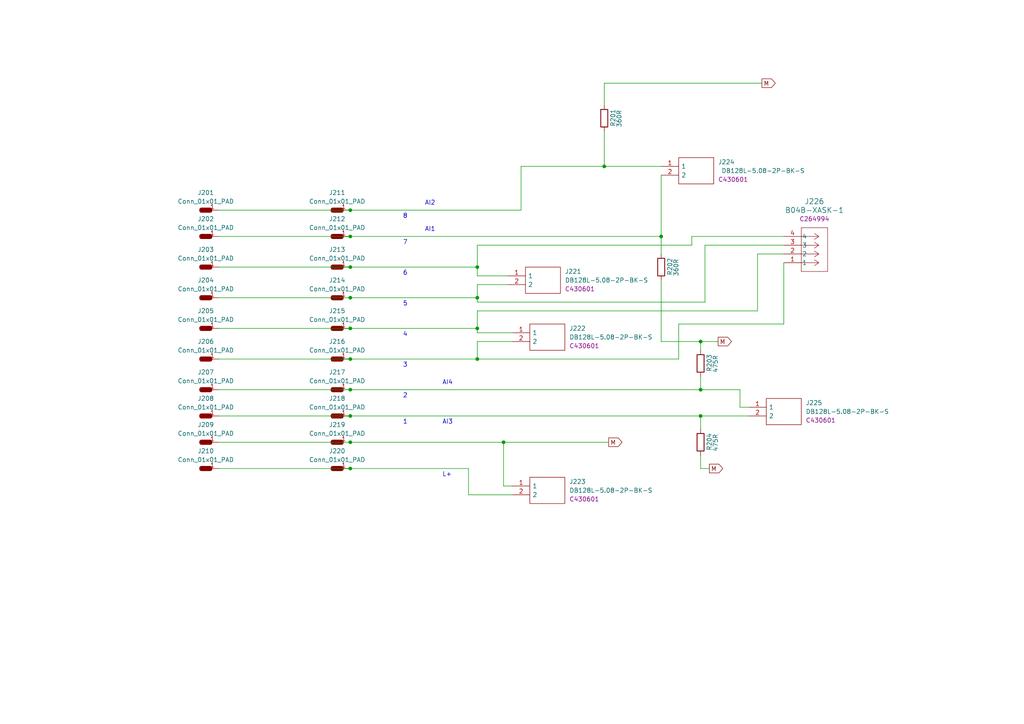
<source format=kicad_sch>
(kicad_sch (version 20230121) (generator eeschema)
  (paper "A4")
  (lib_symbols
    (symbol "Device:R" (pin_numbers hide) (pin_names (offset 0))
      (property "Reference" "R" (at 2.032 0 90))
      (property "Value" "R" (at 0 0 90))
      (symbol "R_0_1"
        (rectangle (start -1.016 -2.54) (end 1.016 2.54) (stroke (width 0.254)))
      )
      (symbol "R_1_1"
        (pin passive line (at 0 3.81 270) (length 1.27) (name "~") (number "1"))
        (pin passive line (at 0 -3.81 90) (length 1.27) (name "~") (number "2"))
      )
    )
    (symbol "PCB_Library:1729128" (pin_names (offset 0.762))
      (property "Reference" "J" (at 16.51 7.62 0))
      (property "Value" "1729128" (at 16.51 5.08 0))
      (property "LCSC" "C557665" (at 8.89 5.08 0))
      (symbol "1729128_0_0"
        (pin passive line (at 0 0 0) (length 5.08) (name "1") (number "1"))
        (pin passive line (at 0 -2.54 0) (length 5.08) (name "2") (number "2"))
      )
      (symbol "1729128_0_1"
        (polyline (pts (xy 5.08 2.54) (xy 15.24 2.54) (xy 15.24 -5.08) (xy 5.08 -5.08) (xy 5.08 2.54)) (stroke (width 0.1524)))
      )
    )
    (symbol "PCB_Library:B04B-XASK-1" (pin_names (offset 0.254))
      (property "Reference" "J" (at 13.97 6.35 0))
      (property "Value" "B04B-XASK-1" (at 3.81 3.81 0))
      (property "LCSC" "C264994" (at 3.81 7.62 0))
      (symbol "B04B-XASK-1_1_1"
        (polyline (pts (xy 5.08 -10.16) (xy 12.7 -10.16)) (stroke (width 0.127)))
        (polyline (pts (xy 5.08 2.54) (xy 5.08 -10.16)) (stroke (width 0.127)))
        (polyline (pts (xy 10.16 -7.62) (xy 5.08 -7.62)) (stroke (width 0.127)))
        (polyline (pts (xy 10.16 -7.62) (xy 8.89 -8.4667)) (stroke (width 0.127)))
        (polyline (pts (xy 10.16 -7.62) (xy 8.89 -6.7733)) (stroke (width 0.127)))
        (polyline (pts (xy 10.16 -5.08) (xy 5.08 -5.08)) (stroke (width 0.127)))
        (polyline (pts (xy 10.16 -5.08) (xy 8.89 -5.9267)) (stroke (width 0.127)))
        (polyline (pts (xy 10.16 -5.08) (xy 8.89 -4.2333)) (stroke (width 0.127)))
        (polyline (pts (xy 10.16 -2.54) (xy 5.08 -2.54)) (stroke (width 0.127)))
        (polyline (pts (xy 10.16 -2.54) (xy 8.89 -3.3867)) (stroke (width 0.127)))
        (polyline (pts (xy 10.16 -2.54) (xy 8.89 -1.6933)) (stroke (width 0.127)))
        (polyline (pts (xy 10.16 0) (xy 5.08 0)) (stroke (width 0.127)))
        (polyline (pts (xy 10.16 0) (xy 8.89 -0.8467)) (stroke (width 0.127)))
        (polyline (pts (xy 10.16 0) (xy 8.89 0.8467)) (stroke (width 0.127)))
        (polyline (pts (xy 12.7 -10.16) (xy 12.7 2.54)) (stroke (width 0.127)))
        (polyline (pts (xy 12.7 2.54) (xy 5.08 2.54)) (stroke (width 0.127)))
        (pin unspecified line (at 0 0 0) (length 5.08) (name "1") (number "1"))
        (pin unspecified line (at 0 -2.54 0) (length 5.08) (name "2") (number "2"))
        (pin unspecified line (at 0 -5.08 0) (length 5.08) (name "3") (number "3"))
        (pin unspecified line (at 0 -7.62 0) (length 5.08) (name "4") (number "4"))
      )
      (symbol "B04B-XASK-1_1_2"
        (polyline (pts (xy 5.08 -10.16) (xy 12.7 -10.16)) (stroke (width 0.127)))
        (polyline (pts (xy 5.08 2.54) (xy 5.08 -10.16)) (stroke (width 0.127)))
        (polyline (pts (xy 7.62 -7.62) (xy 5.08 -7.62)) (stroke (width 0.127)))
        (polyline (pts (xy 7.62 -7.62) (xy 8.89 -8.4667)) (stroke (width 0.127)))
        (polyline (pts (xy 7.62 -7.62) (xy 8.89 -6.7733)) (stroke (width 0.127)))
        (polyline (pts (xy 7.62 -5.08) (xy 5.08 -5.08)) (stroke (width 0.127)))
        (polyline (pts (xy 7.62 -5.08) (xy 8.89 -5.9267)) (stroke (width 0.127)))
        (polyline (pts (xy 7.62 -5.08) (xy 8.89 -4.2333)) (stroke (width 0.127)))
        (polyline (pts (xy 7.62 -2.54) (xy 5.08 -2.54)) (stroke (width 0.127)))
        (polyline (pts (xy 7.62 -2.54) (xy 8.89 -3.3867)) (stroke (width 0.127)))
        (polyline (pts (xy 7.62 -2.54) (xy 8.89 -1.6933)) (stroke (width 0.127)))
        (polyline (pts (xy 7.62 0) (xy 5.08 0)) (stroke (width 0.127)))
        (polyline (pts (xy 7.62 0) (xy 8.89 -0.8467)) (stroke (width 0.127)))
        (polyline (pts (xy 7.62 0) (xy 8.89 0.8467)) (stroke (width 0.127)))
        (polyline (pts (xy 12.7 -10.16) (xy 12.7 2.54)) (stroke (width 0.127)))
        (polyline (pts (xy 12.7 2.54) (xy 5.08 2.54)) (stroke (width 0.127)))
        (pin unspecified line (at 0 0 0) (length 5.08) (name "1") (number "1"))
        (pin unspecified line (at 0 -2.54 0) (length 5.08) (name "2") (number "2"))
        (pin unspecified line (at 0 -5.08 0) (length 5.08) (name "3") (number "3"))
        (pin unspecified line (at 0 -7.62 0) (length 5.08) (name "4") (number "4"))
      )
    )
    (symbol "PCB_Library:Conn_01x01_PAD" (pin_names (offset 1.016) hide)
      (property "Reference" "J" (at 0 2.54 0))
      (property "Value" "Conn_01x01_PAD" (at 1.27 -3.81 0))
      (symbol "Conn_01x01_PAD_1_1"
        (polyline (pts (xy 1.27 0) (xy 0.8636 0)) (stroke (width 0.1524)))
        (rectangle (start 0 0.127) (end 2.54 -0.127) (stroke (width 1.2192)) (fill (type outline)))
        (pin passive line (at 5.08 0 180) (length 3.81) (name "Pin_1") (number "1"))
      )
    )
  )
  (junction (at 203.2 99.06))
  (junction (at 203.2 120.65))
  (junction (at 101.6 104.14))
  (junction (at 101.6 68.58))
  (junction (at 146.05 128.27))
  (junction (at 138.43 104.14))
  (junction (at 191.77 68.58))
  (junction (at 101.6 60.96))
  (junction (at 101.6 113.03))
  (junction (at 203.2 113.03))
  (junction (at 175.26 48.26))
  (junction (at 101.6 95.25))
  (junction (at 138.43 77.47))
  (junction (at 101.6 77.47))
  (junction (at 101.6 135.89))
  (junction (at 101.6 128.27))
  (junction (at 101.6 86.36))
  (junction (at 138.43 86.36))
  (junction (at 138.43 95.25))
  (junction (at 101.6 120.65))
  (wire (pts (xy 138.43 77.47) (xy 138.43 80.01)))
  (wire (pts (xy 138.43 71.12) (xy 138.43 77.47)))
  (wire (pts (xy 204.47 71.12) (xy 227.33 71.12)))
  (wire (pts (xy 191.77 99.06) (xy 203.2 99.06)))
  (wire (pts (xy 227.33 76.2) (xy 227.33 93.98)))
  (wire (pts (xy 191.77 68.58) (xy 191.77 73.66)))
  (wire (pts (xy 203.2 132.08) (xy 203.2 135.89)))
  (wire (pts (xy 200.66 71.12) (xy 138.43 71.12)))
  (wire (pts (xy 63.5 113.03) (xy 101.6 113.03)))
  (wire (pts (xy 227.33 68.58) (xy 200.66 68.58)))
  (wire (pts (xy 63.5 104.14) (xy 101.6 104.14)))
  (wire (pts (xy 204.47 87.63) (xy 204.47 71.12)))
  (wire (pts (xy 176.53 128.27) (xy 146.05 128.27)))
  (wire (pts (xy 138.43 95.25) (xy 138.43 90.17)))
  (wire (pts (xy 63.5 77.47) (xy 101.6 77.47)))
  (wire (pts (xy 146.05 140.97) (xy 146.05 128.27)))
  (wire (pts (xy 101.6 120.65) (xy 203.2 120.65)))
  (wire (pts (xy 227.33 93.98) (xy 196.85 93.98)))
  (wire (pts (xy 203.2 109.22) (xy 203.2 113.03)))
  (wire (pts (xy 203.2 135.89) (xy 205.74 135.89)))
  (wire (pts (xy 203.2 120.65) (xy 217.17 120.65)))
  (wire (pts (xy 151.13 60.96) (xy 101.6 60.96)))
  (wire (pts (xy 63.5 86.36) (xy 101.6 86.36)))
  (wire (pts (xy 175.26 24.13) (xy 175.26 30.48)))
  (wire (pts (xy 200.66 68.58) (xy 200.66 71.12)))
  (wire (pts (xy 138.43 86.36) (xy 138.43 87.63)))
  (wire (pts (xy 101.6 128.27) (xy 146.05 128.27)))
  (wire (pts (xy 101.6 86.36) (xy 138.43 86.36)))
  (wire (pts (xy 63.5 60.96) (xy 101.6 60.96)))
  (wire (pts (xy 196.85 93.98) (xy 196.85 104.14)))
  (wire (pts (xy 138.43 104.14) (xy 138.43 99.06)))
  (wire (pts (xy 151.13 48.26) (xy 175.26 48.26)))
  (wire (pts (xy 135.89 143.51) (xy 135.89 135.89)))
  (wire (pts (xy 101.6 95.25) (xy 138.43 95.25)))
  (wire (pts (xy 63.5 68.58) (xy 101.6 68.58)))
  (wire (pts (xy 203.2 99.06) (xy 208.28 99.06)))
  (wire (pts (xy 219.71 73.66) (xy 227.33 73.66)))
  (wire (pts (xy 138.43 82.55) (xy 138.43 86.36)))
  (wire (pts (xy 63.5 120.65) (xy 101.6 120.65)))
  (wire (pts (xy 138.43 87.63) (xy 204.47 87.63)))
  (wire (pts (xy 191.77 50.8) (xy 191.77 68.58)))
  (wire (pts (xy 101.6 77.47) (xy 138.43 77.47)))
  (wire (pts (xy 196.85 104.14) (xy 138.43 104.14)))
  (wire (pts (xy 138.43 96.52) (xy 148.59 96.52)))
  (wire (pts (xy 63.5 135.89) (xy 101.6 135.89)))
  (wire (pts (xy 214.63 118.11) (xy 214.63 113.03)))
  (wire (pts (xy 138.43 90.17) (xy 219.71 90.17)))
  (wire (pts (xy 203.2 124.46) (xy 203.2 120.65)))
  (wire (pts (xy 101.6 135.89) (xy 135.89 135.89)))
  (wire (pts (xy 217.17 118.11) (xy 214.63 118.11)))
  (wire (pts (xy 203.2 101.6) (xy 203.2 99.06)))
  (wire (pts (xy 138.43 95.25) (xy 138.43 96.52)))
  (wire (pts (xy 146.05 140.97) (xy 148.59 140.97)))
  (wire (pts (xy 138.43 99.06) (xy 148.59 99.06)))
  (wire (pts (xy 175.26 24.13) (xy 220.98 24.13)))
  (wire (pts (xy 175.26 48.26) (xy 191.77 48.26)))
  (wire (pts (xy 101.6 104.14) (xy 138.43 104.14)))
  (wire (pts (xy 63.5 95.25) (xy 101.6 95.25)))
  (wire (pts (xy 151.13 48.26) (xy 151.13 60.96)))
  (wire (pts (xy 175.26 38.1) (xy 175.26 48.26)))
  (wire (pts (xy 63.5 128.27) (xy 101.6 128.27)))
  (wire (pts (xy 219.71 90.17) (xy 219.71 73.66)))
  (wire (pts (xy 138.43 82.55) (xy 147.32 82.55)))
  (wire (pts (xy 191.77 81.28) (xy 191.77 99.06)))
  (wire (pts (xy 138.43 80.01) (xy 147.32 80.01)))
  (wire (pts (xy 191.77 68.58) (xy 101.6 68.58)))
  (wire (pts (xy 135.89 143.51) (xy 148.59 143.51)))
  (wire (pts (xy 203.2 113.03) (xy 101.6 113.03)))
  (wire (pts (xy 214.63 113.03) (xy 203.2 113.03)))
  (text "4" (at 116.84 97.79 0) (effects (font (size 1.27 1.27)) (justify left bottom)))
  (text "AI3" (at 128.27 123.19 0) (effects (font (size 1.27 1.27)) (justify left bottom)))
  (text "1" (at 116.84 123.19 0) (effects (font (size 1.27 1.27)) (justify left bottom)))
  (text "AI2" (at 123.19 59.69 0) (effects (font (size 1.27 1.27)) (justify left bottom)))
  (text "AI1" (at 123.19 67.31 0) (effects (font (size 1.27 1.27)) (justify left bottom)))
  (text "8" (at 116.84 63.5 0) (effects (font (size 1.27 1.27)) (justify left bottom)))
  (text "5" (at 116.84 88.9 0) (effects (font (size 1.27 1.27)) (justify left bottom)))
  (text "7" (at 116.84 71.12 0) (effects (font (size 1.27 1.27)) (justify left bottom)))
  (text "3" (at 116.84 106.68 0) (effects (font (size 1.27 1.27)) (justify left bottom)))
  (text "2" (at 116.84 115.57 0) (effects (font (size 1.27 1.27)) (justify left bottom)))
  (text "6" (at 116.84 80.01 0) (effects (font (size 1.27 1.27)) (justify left bottom)))
  (text "L+" (at 128.27 138.43 0) (effects (font (size 1.27 1.27)) (justify left bottom)))
  (text "AI4" (at 128.27 111.76 0) (effects (font (size 1.27 1.27)) (justify left bottom)))
  (global_label "M" (shape output) (at 176.53 128.27 0) (property "Intersheetrefs" "${INTERSHEET_REFS}" (effects hide)))
  (global_label "M" (shape output) (at 220.98 24.13 0) (property "Intersheetrefs" "${INTERSHEET_REFS}" (effects hide)))
  (global_label "M" (shape output) (at 205.74 135.89 0) (property "Intersheetrefs" "${INTERSHEET_REFS}" (effects hide)))
  (global_label "M" (shape output) (at 208.28 99.06 0) (property "Intersheetrefs" "${INTERSHEET_REFS}" (effects hide)))
  (symbol (lib_id "PCB_Library:Conn_01x01_PAD") (at 96.52 68.58 0) (unit 1)
    (property "Reference" "J212" (at 97.79 63.5 0))
    (property "Value" "Conn_01x01_PAD" (at 97.79 66.04 0))
    (property "Footprint" "PCB_FOOTPRINT_Library:Conn_pin_PLC" (effects hide))
  )
  (symbol (lib_id "PCB_Library:Conn_01x01_PAD") (at 96.52 135.89 0) (unit 1)
    (property "Reference" "J220" (at 97.79 130.81 0))
    (property "Value" "Conn_01x01_PAD" (at 97.79 133.35 0))
    (property "Footprint" "PCB_FOOTPRINT_Library:Conn_pin_PLC" (effects hide))
  )
  (symbol (lib_id "PCB_Library:Conn_01x01_PAD") (at 58.42 68.58 0) (unit 1)
    (property "Reference" "J202" (at 59.69 63.5 0))
    (property "Value" "Conn_01x01_PAD" (at 59.69 66.04 0))
    (property "Footprint" "PCB_FOOTPRINT_Library:Conn_pin_PLC" (effects hide))
  )
  (symbol (lib_id "PCB_Library:1729128") (at 147.32 80.01 0) (unit 1)
    (property "Reference" "J221" (at 163.83 78.74 0) (effects (justify left)))
    (property "Value" "DB128L-5.08-2P-BK-S" (at 163.83 81.28 0) (effects (justify left)))
    (property "Footprint" "1729128" (effects hide))
    (property "Datasheet" "https://jlcpcb.com/partdetail/581028-XY128V_A_5_082P/C557665" (effects hide))
    (property "Description" "PCB terminal block, nominal current: 13.5 A, rated voltage (III/2): 400 V, nominal cross section: 1.5 mm?, Number of potentials: 2, Number of rows: 1, Number of positions per row: 2, product range: MKDSN 1,5, pitch: 5.08 mm, connection method: Screw connection with tension sleeve, mounting: Wave soldering, conductor/PCB connection direction: 0 ?, color: green, Pin layout: Linear pinning, Solder pin [P]: 3.5 mm, type of packaging: packed in cardboard" (effects hide))
    (property "Height" "10.15" (effects hide))
    (property "Manufacturer_Part_Number" "1729128" (effects hide))
    (property "LCSC" "C430601" (at 163.83 83.82 0) (effects (justify left)))
  )
  (symbol (lib_id "PCB_Library:Conn_01x01_PAD") (at 96.52 128.27 0) (unit 1)
    (property "Reference" "J219" (at 97.79 123.19 0))
    (property "Value" "Conn_01x01_PAD" (at 97.79 125.73 0))
    (property "Footprint" "PCB_FOOTPRINT_Library:Conn_pin_PLC" (effects hide))
  )
  (symbol (lib_id "PCB_Library:Conn_01x01_PAD") (at 96.52 95.25 0) (unit 1)
    (property "Reference" "J215" (at 97.79 90.17 0))
    (property "Value" "Conn_01x01_PAD" (at 97.79 92.71 0))
    (property "Footprint" "PCB_FOOTPRINT_Library:Conn_pin_PLC" (effects hide))
  )
  (symbol (lib_id "PCB_Library:Conn_01x01_PAD") (at 58.42 120.65 0) (unit 1)
    (property "Reference" "J208" (at 59.69 115.57 0))
    (property "Value" "Conn_01x01_PAD" (at 59.69 118.11 0))
    (property "Footprint" "PCB_FOOTPRINT_Library:Conn_pin_PLC" (effects hide))
  )
  (symbol (lib_id "PCB_Library:Conn_01x01_PAD") (at 96.52 120.65 0) (unit 1)
    (property "Reference" "J218" (at 97.79 115.57 0))
    (property "Value" "Conn_01x01_PAD" (at 97.79 118.11 0))
    (property "Footprint" "PCB_FOOTPRINT_Library:Conn_pin_PLC" (effects hide))
  )
  (symbol (lib_id "PCB_Library:1729128") (at 217.17 118.11 0) (unit 1)
    (property "Reference" "J225" (at 233.68 116.84 0) (effects (justify left)))
    (property "Value" "DB128L-5.08-2P-BK-S" (at 233.68 119.38 0) (effects (justify left)))
    (property "Footprint" "1729128" (effects hide))
    (property "Datasheet" "https://jlcpcb.com/partdetail/581028-XY128V_A_5_082P/C557665" (effects hide))
    (property "Description" "PCB terminal block, nominal current: 13.5 A, rated voltage (III/2): 400 V, nominal cross section: 1.5 mm?, Number of potentials: 2, Number of rows: 1, Number of positions per row: 2, product range: MKDSN 1,5, pitch: 5.08 mm, connection method: Screw connection with tension sleeve, mounting: Wave soldering, conductor/PCB connection direction: 0 ?, color: green, Pin layout: Linear pinning, Solder pin [P]: 3.5 mm, type of packaging: packed in cardboard" (effects hide))
    (property "Height" "10.15" (effects hide))
    (property "Manufacturer_Part_Number" "1729128" (effects hide))
    (property "LCSC" "C430601" (at 233.68 121.92 0) (effects (justify left)))
  )
  (symbol (lib_id "PCB_Library:Conn_01x01_PAD") (at 96.52 77.47 0) (unit 1)
    (property "Reference" "J213" (at 97.79 72.39 0))
    (property "Value" "Conn_01x01_PAD" (at 97.79 74.93 0))
    (property "Footprint" "PCB_FOOTPRINT_Library:Conn_pin_PLC" (effects hide))
  )
  (symbol (lib_id "PCB_Library:Conn_01x01_PAD") (at 96.52 86.36 0) (unit 1)
    (property "Reference" "J214" (at 97.79 81.28 0))
    (property "Value" "Conn_01x01_PAD" (at 97.79 83.82 0))
    (property "Footprint" "PCB_FOOTPRINT_Library:Conn_pin_PLC" (effects hide))
  )
  (symbol (lib_id "PCB_Library:1729128") (at 148.59 140.97 0) (unit 1)
    (property "Reference" "J223" (at 165.1 139.7 0) (effects (justify left)))
    (property "Value" "DB128L-5.08-2P-BK-S" (at 165.1 142.24 0) (effects (justify left)))
    (property "Footprint" "1729128" (effects hide))
    (property "Datasheet" "https://jlcpcb.com/partdetail/581028-XY128V_A_5_082P/C557665" (effects hide))
    (property "Description" "PCB terminal block, nominal current: 13.5 A, rated voltage (III/2): 400 V, nominal cross section: 1.5 mm?, Number of potentials: 2, Number of rows: 1, Number of positions per row: 2, product range: MKDSN 1,5, pitch: 5.08 mm, connection method: Screw connection with tension sleeve, mounting: Wave soldering, conductor/PCB connection direction: 0 ?, color: green, Pin layout: Linear pinning, Solder pin [P]: 3.5 mm, type of packaging: packed in cardboard" (effects hide))
    (property "Height" "10.15" (effects hide))
    (property "Manufacturer_Part_Number" "1729128" (effects hide))
    (property "LCSC" "C430601" (at 165.1 144.78 0) (effects (justify left)))
  )
  (symbol (lib_id "Device:R") (at 175.26 34.29 180) (unit 1)
    (property "Reference" "R201" (at 177.8 34.163 90))
    (property "Value" "360R" (at 179.578 34.417 90))
    (property "Footprint" "Resistor_THT:R_Axial_DIN0207_L6.3mm_D2.5mm_P5.08mm_Vertical" (effects hide))
    (property "Datasheet" "https://jlcpcb.com/partdetail/59694-MFR0W4F3600A50/C58649" (effects hide))
    (property "LCSC" "C58649" (effects hide))
    (property "MAX_TEMP" "125 C" (effects hide))
  )
  (symbol (lib_id "PCB_Library:Conn_01x01_PAD") (at 58.42 104.14 0) (unit 1)
    (property "Reference" "J206" (at 59.69 99.06 0))
    (property "Value" "Conn_01x01_PAD" (at 59.69 101.6 0))
    (property "Footprint" "PCB_FOOTPRINT_Library:Conn_pin_PLC" (effects hide))
  )
  (symbol (lib_id "PCB_Library:Conn_01x01_PAD") (at 58.42 60.96 0) (unit 1)
    (property "Reference" "J201" (at 59.69 55.88 0))
    (property "Value" "Conn_01x01_PAD" (at 59.69 58.42 0))
    (property "Footprint" "PCB_FOOTPRINT_Library:Conn_pin_PLC" (effects hide))
  )
  (symbol (lib_id "PCB_Library:Conn_01x01_PAD") (at 96.52 60.96 0) (unit 1)
    (property "Reference" "J211" (at 97.79 55.88 0))
    (property "Value" "Conn_01x01_PAD" (at 97.79 58.42 0))
    (property "Footprint" "PCB_FOOTPRINT_Library:Conn_pin_PLC" (effects hide))
  )
  (symbol (lib_id "PCB_Library:Conn_01x01_PAD") (at 58.42 95.25 0) (unit 1)
    (property "Reference" "J205" (at 59.69 90.17 0))
    (property "Value" "Conn_01x01_PAD" (at 59.69 92.71 0))
    (property "Footprint" "PCB_FOOTPRINT_Library:Conn_pin_PLC" (effects hide))
  )
  (symbol (lib_id "Device:R") (at 203.2 128.27 180) (unit 1)
    (property "Reference" "R204" (at 205.74 128.143 90))
    (property "Value" "475R" (at 207.518 128.397 90))
    (property "Footprint" "Resistor_THT:R_Axial_DIN0207_L6.3mm_D2.5mm_P5.08mm_Vertical" (effects hide))
    (property "Datasheet" "https://jlcpcb.com/partdetail/Yageo-MFR_25FTE52475R/C138206" (effects hide))
    (property "LCSC" "C138206" (effects hide))
    (property "MAX_TEMP" "125 C" (effects hide))
  )
  (symbol (lib_id "PCB_Library:Conn_01x01_PAD") (at 58.42 135.89 0) (unit 1)
    (property "Reference" "J210" (at 59.69 130.81 0))
    (property "Value" "Conn_01x01_PAD" (at 59.69 133.35 0))
    (property "Footprint" "PCB_FOOTPRINT_Library:Conn_pin_PLC" (effects hide))
  )
  (symbol (lib_id "PCB_Library:Conn_01x01_PAD") (at 58.42 77.47 0) (unit 1)
    (property "Reference" "J203" (at 59.69 72.39 0))
    (property "Value" "Conn_01x01_PAD" (at 59.69 74.93 0))
    (property "Footprint" "PCB_FOOTPRINT_Library:Conn_pin_PLC" (effects hide))
  )
  (symbol (lib_id "Device:R") (at 191.77 77.47 180) (unit 1)
    (property "Reference" "R202" (at 194.31 77.343 90))
    (property "Value" "360R" (at 196.088 77.597 90))
    (property "Footprint" "Resistor_THT:R_Axial_DIN0207_L6.3mm_D2.5mm_P5.08mm_Vertical" (effects hide))
    (property "Datasheet" "https://jlcpcb.com/partdetail/59694-MFR0W4F3600A50/C58649" (effects hide))
    (property "LCSC" "C58649" (effects hide))
    (property "MAX_TEMP" "125 C" (effects hide))
  )
  (symbol (lib_id "PCB_Library:Conn_01x01_PAD") (at 58.42 86.36 0) (unit 1)
    (property "Reference" "J204" (at 59.69 81.28 0))
    (property "Value" "Conn_01x01_PAD" (at 59.69 83.82 0))
    (property "Footprint" "PCB_FOOTPRINT_Library:Conn_pin_PLC" (effects hide))
  )
  (symbol (lib_id "PCB_Library:Conn_01x01_PAD") (at 96.52 113.03 0) (unit 1)
    (property "Reference" "J217" (at 97.79 107.95 0))
    (property "Value" "Conn_01x01_PAD" (at 97.79 110.49 0))
    (property "Footprint" "PCB_FOOTPRINT_Library:Conn_pin_PLC" (effects hide))
  )
  (symbol (lib_id "PCB_Library:Conn_01x01_PAD") (at 58.42 113.03 0) (unit 1)
    (property "Reference" "J207" (at 59.69 107.95 0))
    (property "Value" "Conn_01x01_PAD" (at 59.69 110.49 0))
    (property "Footprint" "PCB_FOOTPRINT_Library:Conn_pin_PLC" (effects hide))
  )
  (symbol (lib_id "PCB_Library:Conn_01x01_PAD") (at 96.52 104.14 0) (unit 1)
    (property "Reference" "J216" (at 97.79 99.06 0))
    (property "Value" "Conn_01x01_PAD" (at 97.79 101.6 0))
    (property "Footprint" "PCB_FOOTPRINT_Library:Conn_pin_PLC" (effects hide))
  )
  (symbol (lib_id "Device:R") (at 203.2 105.41 180) (unit 1)
    (property "Reference" "R203" (at 205.74 105.283 90))
    (property "Value" "475R" (at 207.518 105.537 90))
    (property "Footprint" "Resistor_THT:R_Axial_DIN0207_L6.3mm_D2.5mm_P5.08mm_Vertical" (effects hide))
    (property "Datasheet" "https://jlcpcb.com/partdetail/Yageo-MFR_25FTE52475R/C138206" (effects hide))
    (property "LCSC" "C138206" (effects hide))
    (property "MAX_TEMP" "125 C" (effects hide))
  )
  (symbol (lib_id "PCB_Library:B04B-XASK-1") (at 227.33 76.2 0) (mirror x) (unit 1)
    (property "Reference" "J226" (at 236.22 58.42 0) (effects (font (size 1.524 1.524))))
    (property "Value" "B04B-XASK-1" (at 236.22 60.96 0) (effects (font (size 1.524 1.524))))
    (property "Footprint" "PCB_FOOTPRINT_Library:CONN_B04B-XASK-1_JST" (effects hide))
    (property "Datasheet" "B04B-XASK-1" (effects hide))
    (property "LCSC" "C264994" (at 236.22 63.5 0))
  )
  (symbol (lib_id "PCB_Library:1729128") (at 148.59 96.52 0) (unit 1)
    (property "Reference" "J222" (at 165.1 95.25 0) (effects (justify left)))
    (property "Value" "DB128L-5.08-2P-BK-S" (at 165.1 97.79 0) (effects (justify left)))
    (property "Footprint" "1729128" (effects hide))
    (property "Datasheet" "https://jlcpcb.com/partdetail/581028-XY128V_A_5_082P/C557665" (effects hide))
    (property "Description" "PCB terminal block, nominal current: 13.5 A, rated voltage (III/2): 400 V, nominal cross section: 1.5 mm?, Number of potentials: 2, Number of rows: 1, Number of positions per row: 2, product range: MKDSN 1,5, pitch: 5.08 mm, connection method: Screw connection with tension sleeve, mounting: Wave soldering, conductor/PCB connection direction: 0 ?, color: green, Pin layout: Linear pinning, Solder pin [P]: 3.5 mm, type of packaging: packed in cardboard" (effects hide))
    (property "Height" "10.15" (effects hide))
    (property "Manufacturer_Part_Number" "1729128" (effects hide))
    (property "LCSC" "C430601" (at 165.1 100.33 0) (effects (justify left)))
  )
  (symbol (lib_id "PCB_Library:1729128") (at 191.77 48.26 0) (unit 1)
    (property "Reference" "J224" (at 208.28 46.99 0) (effects (justify left)))
    (property "Value" " DB128L-5.08-2P-BK-S" (at 208.28 49.53 0) (effects (justify left)))
    (property "Footprint" "1729128" (effects hide))
    (property "Datasheet" "https://jlcpcb.com/partdetail/581028-XY128V_A_5_082P/C557665" (effects hide))
    (property "Description" "PCB terminal block, nominal current: 13.5 A, rated voltage (III/2): 400 V, nominal cross section: 1.5 mm?, Number of potentials: 2, Number of rows: 1, Number of positions per row: 2, product range: MKDSN 1,5, pitch: 5.08 mm, connection method: Screw connection with tension sleeve, mounting: Wave soldering, conductor/PCB connection direction: 0 ?, color: green, Pin layout: Linear pinning, Solder pin [P]: 3.5 mm, type of packaging: packed in cardboard" (effects hide))
    (property "Height" "10.15" (effects hide))
    (property "Manufacturer_Part_Number" "1729128" (effects hide))
    (property "LCSC" "C430601" (at 208.28 52.07 0) (effects (justify left)))
  )
  (symbol (lib_id "PCB_Library:Conn_01x01_PAD") (at 58.42 128.27 0) (unit 1)
    (property "Reference" "J209" (at 59.69 123.19 0))
    (property "Value" "Conn_01x01_PAD" (at 59.69 125.73 0))
    (property "Footprint" "PCB_FOOTPRINT_Library:Conn_pin_PLC" (effects hide))
  )
)
</source>
